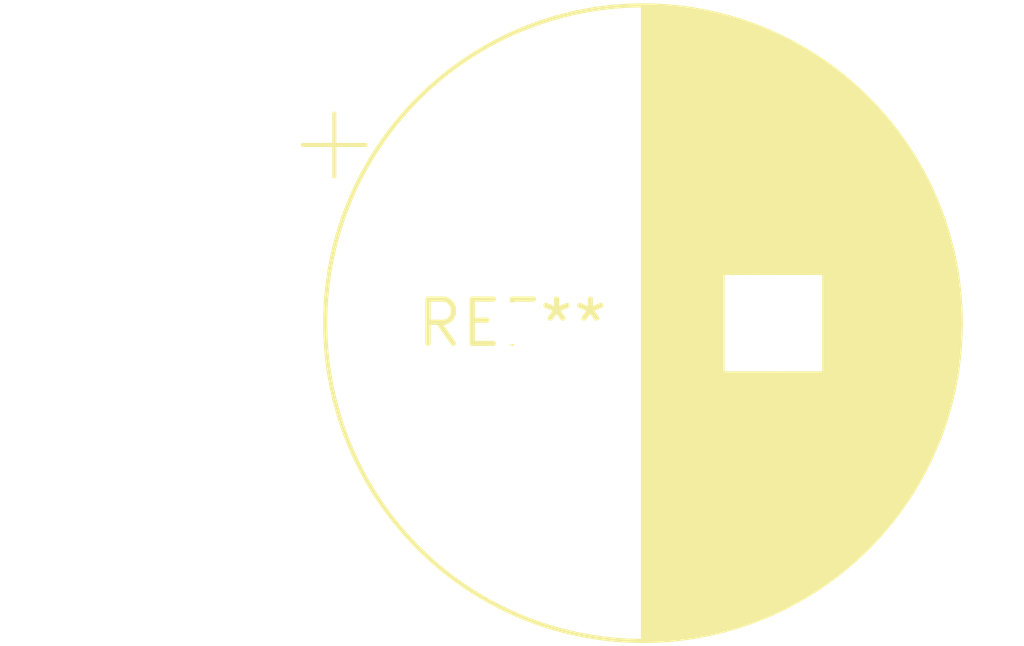
<source format=kicad_pcb>
(kicad_pcb (version 20240108) (generator pcbnew)
  (layers (0 "F.Cu" signal) (31 "B.Cu" signal) (34 "B.Paste" user) (35 "F.Paste" user) (36 "B.SilkS" user "B.Silkscreen") (37 "F.SilkS" user "F.Silkscreen") (38 "B.Mask" user) (39 "F.Mask" user) (44 "Edge.Cuts" user))
  (net 0 "")
  (footprint "CP_Radial_D18.0mm_P7.50mm" (layer "F.Cu") (at 0 0)
    (property "Reference" "REF**")
    (property "Value" "CP_Radial_D18.0mm_P7.50mm")
    (fp_line (start -6.00944 -5.115) (end -4.20944 -5.115) (layer "F.SilkS") (stroke (width 0.12)))
    (fp_line (start -5.10944 -6.015) (end -5.10944 -4.215) (layer "F.SilkS") (stroke (width 0.12)))
    (fp_line (start 3.75 -9.081) (end 3.75 9.081) (layer "F.SilkS") (stroke (width 0.12)))
    (fp_line (start 3.79 -9.08) (end 3.79 9.08) (layer "F.SilkS") (stroke (width 0.12)))
    (fp_line (start 3.83 -9.08) (end 3.83 9.08) (layer "F.SilkS") (stroke (width 0.12)))
    (fp_line (start 3.87 -9.08) (end 3.87 9.08) (layer "F.SilkS") (stroke (width 0.12)))
    (fp_line (start 3.91 -9.079) (end 3.91 9.079) (layer "F.SilkS") (stroke (width 0.12)))
    (fp_line (start 3.95 -9.078) (end 3.95 9.078) (layer "F.SilkS") (stroke (width 0.12)))
    (fp_line (start 3.99 -9.077) (end 3.99 9.077) (layer "F.SilkS") (stroke (width 0.12)))
    (fp_line (start 4.03 -9.076) (end 4.03 9.076) (layer "F.SilkS") (stroke (width 0.12)))
    (fp_line (start 4.07 -9.075) (end 4.07 9.075) (layer "F.SilkS") (stroke (width 0.12)))
    (fp_line (start 4.11 -9.073) (end 4.11 9.073) (layer "F.SilkS") (stroke (width 0.12)))
    (fp_line (start 4.15 -9.072) (end 4.15 9.072) (layer "F.SilkS") (stroke (width 0.12)))
    (fp_line (start 4.19 -9.07) (end 4.19 9.07) (layer "F.SilkS") (stroke (width 0.12)))
    (fp_line (start 4.23 -9.068) (end 4.23 9.068) (layer "F.SilkS") (stroke (width 0.12)))
    (fp_line (start 4.27 -9.066) (end 4.27 9.066) (layer "F.SilkS") (stroke (width 0.12)))
    (fp_line (start 4.31 -9.063) (end 4.31 9.063) (layer "F.SilkS") (stroke (width 0.12)))
    (fp_line (start 4.35 -9.061) (end 4.35 9.061) (layer "F.SilkS") (stroke (width 0.12)))
    (fp_line (start 4.39 -9.058) (end 4.39 9.058) (layer "F.SilkS") (stroke (width 0.12)))
    (fp_line (start 4.43 -9.055) (end 4.43 9.055) (layer "F.SilkS") (stroke (width 0.12)))
    (fp_line (start 4.471 -9.052) (end 4.471 9.052) (layer "F.SilkS") (stroke (width 0.12)))
    (fp_line (start 4.511 -9.049) (end 4.511 9.049) (layer "F.SilkS") (stroke (width 0.12)))
    (fp_line (start 4.551 -9.045) (end 4.551 9.045) (layer "F.SilkS") (stroke (width 0.12)))
    (fp_line (start 4.591 -9.042) (end 4.591 9.042) (layer "F.SilkS") (stroke (width 0.12)))
    (fp_line (start 4.631 -9.038) (end 4.631 9.038) (layer "F.SilkS") (stroke (width 0.12)))
    (fp_line (start 4.671 -9.034) (end 4.671 9.034) (layer "F.SilkS") (stroke (width 0.12)))
    (fp_line (start 4.711 -9.03) (end 4.711 9.03) (layer "F.SilkS") (stroke (width 0.12)))
    (fp_line (start 4.751 -9.026) (end 4.751 9.026) (layer "F.SilkS") (stroke (width 0.12)))
    (fp_line (start 4.791 -9.021) (end 4.791 9.021) (layer "F.SilkS") (stroke (width 0.12)))
    (fp_line (start 4.831 -9.016) (end 4.831 9.016) (layer "F.SilkS") (stroke (width 0.12)))
    (fp_line (start 4.871 -9.011) (end 4.871 9.011) (layer "F.SilkS") (stroke (width 0.12)))
    (fp_line (start 4.911 -9.006) (end 4.911 9.006) (layer "F.SilkS") (stroke (width 0.12)))
    (fp_line (start 4.951 -9.001) (end 4.951 9.001) (layer "F.SilkS") (stroke (width 0.12)))
    (fp_line (start 4.991 -8.996) (end 4.991 8.996) (layer "F.SilkS") (stroke (width 0.12)))
    (fp_line (start 5.031 -8.99) (end 5.031 8.99) (layer "F.SilkS") (stroke (width 0.12)))
    (fp_line (start 5.071 -8.984) (end 5.071 8.984) (layer "F.SilkS") (stroke (width 0.12)))
    (fp_line (start 5.111 -8.979) (end 5.111 8.979) (layer "F.SilkS") (stroke (width 0.12)))
    (fp_line (start 5.151 -8.972) (end 5.151 8.972) (layer "F.SilkS") (stroke (width 0.12)))
    (fp_line (start 5.191 -8.966) (end 5.191 8.966) (layer "F.SilkS") (stroke (width 0.12)))
    (fp_line (start 5.231 -8.96) (end 5.231 8.96) (layer "F.SilkS") (stroke (width 0.12)))
    (fp_line (start 5.271 -8.953) (end 5.271 8.953) (layer "F.SilkS") (stroke (width 0.12)))
    (fp_line (start 5.311 -8.946) (end 5.311 8.946) (layer "F.SilkS") (stroke (width 0.12)))
    (fp_line (start 5.351 -8.939) (end 5.351 8.939) (layer "F.SilkS") (stroke (width 0.12)))
    (fp_line (start 5.391 -8.932) (end 5.391 8.932) (layer "F.SilkS") (stroke (width 0.12)))
    (fp_line (start 5.431 -8.924) (end 5.431 8.924) (layer "F.SilkS") (stroke (width 0.12)))
    (fp_line (start 5.471 -8.917) (end 5.471 8.917) (layer "F.SilkS") (stroke (width 0.12)))
    (fp_line (start 5.511 -8.909) (end 5.511 8.909) (layer "F.SilkS") (stroke (width 0.12)))
    (fp_line (start 5.551 -8.901) (end 5.551 8.901) (layer "F.SilkS") (stroke (width 0.12)))
    (fp_line (start 5.591 -8.893) (end 5.591 8.893) (layer "F.SilkS") (stroke (width 0.12)))
    (fp_line (start 5.631 -8.885) (end 5.631 8.885) (layer "F.SilkS") (stroke (width 0.12)))
    (fp_line (start 5.671 -8.876) (end 5.671 8.876) (layer "F.SilkS") (stroke (width 0.12)))
    (fp_line (start 5.711 -8.867) (end 5.711 8.867) (layer "F.SilkS") (stroke (width 0.12)))
    (fp_line (start 5.751 -8.858) (end 5.751 8.858) (layer "F.SilkS") (stroke (width 0.12)))
    (fp_line (start 5.791 -8.849) (end 5.791 8.849) (layer "F.SilkS") (stroke (width 0.12)))
    (fp_line (start 5.831 -8.84) (end 5.831 8.84) (layer "F.SilkS") (stroke (width 0.12)))
    (fp_line (start 5.871 -8.831) (end 5.871 8.831) (layer "F.SilkS") (stroke (width 0.12)))
    (fp_line (start 5.911 -8.821) (end 5.911 8.821) (layer "F.SilkS") (stroke (width 0.12)))
    (fp_line (start 5.951 -8.811) (end 5.951 8.811) (layer "F.SilkS") (stroke (width 0.12)))
    (fp_line (start 5.991 -8.801) (end 5.991 8.801) (layer "F.SilkS") (stroke (width 0.12)))
    (fp_line (start 6.031 -8.791) (end 6.031 8.791) (layer "F.SilkS") (stroke (width 0.12)))
    (fp_line (start 6.071 -8.78) (end 6.071 -1.44) (layer "F.SilkS") (stroke (width 0.12)))
    (fp_line (start 6.071 1.44) (end 6.071 8.78) (layer "F.SilkS") (stroke (width 0.12)))
    (fp_line (start 6.111 -8.77) (end 6.111 -1.44) (layer "F.SilkS") (stroke (width 0.12)))
    (fp_line (start 6.111 1.44) (end 6.111 8.77) (layer "F.SilkS") (stroke (width 0.12)))
    (fp_line (start 6.151 -8.759) (end 6.151 -1.44) (layer "F.SilkS") (stroke (width 0.12)))
    (fp_line (start 6.151 1.44) (end 6.151 8.759) (layer "F.SilkS") (stroke (width 0.12)))
    (fp_line (start 6.191 -8.748) (end 6.191 -1.44) (layer "F.SilkS") (stroke (width 0.12)))
    (fp_line (start 6.191 1.44) (end 6.191 8.748) (layer "F.SilkS") (stroke (width 0.12)))
    (fp_line (start 6.231 -8.737) (end 6.231 -1.44) (layer "F.SilkS") (stroke (width 0.12)))
    (fp_line (start 6.231 1.44) (end 6.231 8.737) (layer "F.SilkS") (stroke (width 0.12)))
    (fp_line (start 6.271 -8.725) (end 6.271 -1.44) (layer "F.SilkS") (stroke (width 0.12)))
    (fp_line (start 6.271 1.44) (end 6.271 8.725) (layer "F.SilkS") (stroke (width 0.12)))
    (fp_line (start 6.311 -8.714) (end 6.311 -1.44) (layer "F.SilkS") (stroke (width 0.12)))
    (fp_line (start 6.311 1.44) (end 6.311 8.714) (layer "F.SilkS") (stroke (width 0.12)))
    (fp_line (start 6.351 -8.702) (end 6.351 -1.44) (layer "F.SilkS") (stroke (width 0.12)))
    (fp_line (start 6.351 1.44) (end 6.351 8.702) (layer "F.SilkS") (stroke (width 0.12)))
    (fp_line (start 6.391 -8.69) (end 6.391 -1.44) (layer "F.SilkS") (stroke (width 0.12)))
    (fp_line (start 6.391 1.44) (end 6.391 8.69) (layer "F.SilkS") (stroke (width 0.12)))
    (fp_line (start 6.431 -8.678) (end 6.431 -1.44) (layer "F.SilkS") (stroke (width 0.12)))
    (fp_line (start 6.431 1.44) (end 6.431 8.678) (layer "F.SilkS") (stroke (width 0.12)))
    (fp_line (start 6.471 -8.665) (end 6.471 -1.44) (layer "F.SilkS") (stroke (width 0.12)))
    (fp_line (start 6.471 1.44) (end 6.471 8.665) (layer "F.SilkS") (stroke (width 0.12)))
    (fp_line (start 6.511 -8.653) (end 6.511 -1.44) (layer "F.SilkS") (stroke (width 0.12)))
    (fp_line (start 6.511 1.44) (end 6.511 8.653) (layer "F.SilkS") (stroke (width 0.12)))
    (fp_line (start 6.551 -8.64) (end 6.551 -1.44) (layer "F.SilkS") (stroke (width 0.12)))
    (fp_line (start 6.551 1.44) (end 6.551 8.64) (layer "F.SilkS") (stroke (width 0.12)))
    (fp_line (start 6.591 -8.627) (end 6.591 -1.44) (layer "F.SilkS") (stroke (width 0.12)))
    (fp_line (start 6.591 1.44) (end 6.591 8.627) (layer "F.SilkS") (stroke (width 0.12)))
    (fp_line (start 6.631 -8.614) (end 6.631 -1.44) (layer "F.SilkS") (stroke (width 0.12)))
    (fp_line (start 6.631 1.44) (end 6.631 8.614) (layer "F.SilkS") (stroke (width 0.12)))
    (fp_line (start 6.671 -8.6) (end 6.671 -1.44) (layer "F.SilkS") (stroke (width 0.12)))
    (fp_line (start 6.671 1.44) (end 6.671 8.6) (layer "F.SilkS") (stroke (width 0.12)))
    (fp_line (start 6.711 -8.587) (end 6.711 -1.44) (layer "F.SilkS") (stroke (width 0.12)))
    (fp_line (start 6.711 1.44) (end 6.711 8.587) (layer "F.SilkS") (stroke (width 0.12)))
    (fp_line (start 6.751 -8.573) (end 6.751 -1.44) (layer "F.SilkS") (stroke (width 0.12)))
    (fp_line (start 6.751 1.44) (end 6.751 8.573) (layer "F.SilkS") (stroke (width 0.12)))
    (fp_line (start 6.791 -8.559) (end 6.791 -1.44) (layer "F.SilkS") (stroke (width 0.12)))
    (fp_line (start 6.791 1.44) (end 6.791 8.559) (layer "F.SilkS") (stroke (width 0.12)))
    (fp_line (start 6.831 -8.545) (end 6.831 -1.44) (layer "F.SilkS") (stroke (width 0.12)))
    (fp_line (start 6.831 1.44) (end 6.831 8.545) (layer "F.SilkS") (stroke (width 0.12)))
    (fp_line (start 6.871 -8.53) (end 6.871 -1.44) (layer "F.SilkS") (stroke (width 0.12)))
    (fp_line (start 6.871 1.44) (end 6.871 8.53) (layer "F.SilkS") (stroke (width 0.12)))
    (fp_line (start 6.911 -8.516) (end 6.911 -1.44) (layer "F.SilkS") (stroke (width 0.12)))
    (fp_line (start 6.911 1.44) (end 6.911 8.516) (layer "F.SilkS") (stroke (width 0.12)))
    (fp_line (start 6.951 -8.501) (end 6.951 -1.44) (layer "F.SilkS") (stroke (width 0.12)))
    (fp_line (start 6.951 1.44) (end 6.951 8.501) (layer "F.SilkS") (stroke (width 0.12)))
    (fp_line (start 6.991 -8.486) (end 6.991 -1.44) (layer "F.SilkS") (stroke (width 0.12)))
    (fp_line (start 6.991 1.44) (end 6.991 8.486) (layer "F.SilkS") (stroke (width 0.12)))
    (fp_line (start 7.031 -8.47) (end 7.031 -1.44) (layer "F.SilkS") (stroke (width 0.12)))
    (fp_line (start 7.031 1.44) (end 7.031 8.47) (layer "F.SilkS") (stroke (width 0.12)))
    (fp_line (start 7.071 -8.455) (end 7.071 -1.44) (layer "F.SilkS") (stroke (width 0.12)))
    (fp_line (start 7.071 1.44) (end 7.071 8.455) (layer "F.SilkS") (stroke (width 0.12)))
    (fp_line (start 7.111 -8.439) (end 7.111 -1.44) (layer "F.SilkS") (stroke (width 0.12)))
    (fp_line (start 7.111 1.44) (end 7.111 8.439) (layer "F.SilkS") (stroke (width 0.12)))
    (fp_line (start 7.151 -8.423) (end 7.151 -1.44) (layer "F.SilkS") (stroke (width 0.12)))
    (fp_line (start 7.151 1.44) (end 7.151 8.423) (layer "F.SilkS") (stroke (width 0.12)))
    (fp_line (start 7.191 -8.407) (end 7.191 -1.44) (layer "F.SilkS") (stroke (width 0.12)))
    (fp_line (start 7.191 1.44) (end 7.191 8.407) (layer "F.SilkS") (stroke (width 0.12)))
    (fp_line (start 7.231 -8.39) (end 7.231 -1.44) (layer "F.SilkS") (stroke (width 0.12)))
    (fp_line (start 7.231 1.44) (end 7.231 8.39) (layer "F.SilkS") (stroke (width 0.12)))
    (fp_line (start 7.271 -8.374) (end 7.271 -1.44) (layer "F.SilkS") (stroke (width 0.12)))
    (fp_line (start 7.271 1.44) (end 7.271 8.374) (layer "F.SilkS") (stroke (width 0.12)))
    (fp_line (start 7.311 -8.357) (end 7.311 -1.44) (layer "F.SilkS") (stroke (width 0.12)))
    (fp_line (start 7.311 1.44) (end 7.311 8.357) (layer "F.SilkS") (stroke (width 0.12)))
    (fp_line (start 7.351 -8.34) (end 7.351 -1.44) (layer "F.SilkS") (stroke (width 0.12)))
    (fp_line (start 7.351 1.44) (end 7.351 8.34) (layer "F.SilkS") (stroke (width 0.12)))
    (fp_line (start 7.391 -8.323) (end 7.391 -1.44) (layer "F.SilkS") (stroke (width 0.12)))
    (fp_line (start 7.391 1.44) (end 7.391 8.323) (layer "F.SilkS") (stroke (width 0.12)))
    (fp_line (start 7.431 -8.305) (end 7.431 -1.44) (layer "F.SilkS") (stroke (width 0.12)))
    (fp_line (start 7.431 1.44) (end 7.431 8.305) (layer "F.SilkS") (stroke (width 0.12)))
    (fp_line (start 7.471 -8.287) (end 7.471 -1.44) (layer "F.SilkS") (stroke (width 0.12)))
    (fp_line (start 7.471 1.44) (end 7.471 8.287) (layer "F.SilkS") (stroke (width 0.12)))
    (fp_line (start 7.511 -8.269) (end 7.511 -1.44) (layer "F.SilkS") (stroke (width 0.12)))
    (fp_line (start 7.511 1.44) (end 7.511 8.269) (layer "F.SilkS") (stroke (width 0.12)))
    (fp_line (start 7.551 -8.251) (end 7.551 -1.44) (layer "F.SilkS") (stroke (width 0.12)))
    (fp_line (start 7.551 1.44) (end 7.551 8.251) (layer "F.SilkS") (stroke (width 0.12)))
    (fp_line (start 7.591 -8.233) (end 7.591 -1.44) (layer "F.SilkS") (stroke (width 0.12)))
    (fp_line (start 7.591 1.44) (end 7.591 8.233) (layer "F.SilkS") (stroke (width 0.12)))
    (fp_line (start 7.631 -8.214) (end 7.631 -1.44) (layer "F.SilkS") (stroke (width 0.12)))
    (fp_line (start 7.631 1.44) (end 7.631 8.214) (layer "F.SilkS") (stroke (width 0.12)))
    (fp_line (start 7.671 -8.195) (end 7.671 -1.44) (layer "F.SilkS") (stroke (width 0.12)))
    (fp_line (start 7.671 1.44) (end 7.671 8.195) (layer "F.SilkS") (stroke (width 0.12)))
    (fp_line (start 7.711 -8.176) (end 7.711 -1.44) (layer "F.SilkS") (stroke (width 0.12)))
    (fp_line (start 7.711 1.44) (end 7.711 8.176) (layer "F.SilkS") (stroke (width 0.12)))
    (fp_line (start 7.751 -8.156) (end 7.751 -1.44) (layer "F.SilkS") (stroke (width 0.12)))
    (fp_line (start 7.751 1.44) (end 7.751 8.156) (layer "F.SilkS") (stroke (width 0.12)))
    (fp_line (start 7.791 -8.137) (end 7.791 -1.44) (layer "F.SilkS") (stroke (width 0.12)))
    (fp_line (start 7.791 1.44) (end 7.791 8.137) (layer "F.SilkS") (stroke (width 0.12)))
    (fp_line (start 7.831 -8.117) (end 7.831 -1.44) (layer "F.SilkS") (stroke (width 0.12)))
    (fp_line (start 7.831 1.44) (end 7.831 8.117) (layer "F.SilkS") (stroke (width 0.12)))
    (fp_line (start 7.871 -8.097) (end 7.871 -1.44) (layer "F.SilkS") (stroke (width 0.12)))
    (fp_line (start 7.871 1.44) (end 7.871 8.097) (layer "F.SilkS") (stroke (width 0.12)))
    (fp_line (start 7.911 -8.076) (end 7.911 -1.44) (layer "F.SilkS") (stroke (width 0.12)))
    (fp_line (start 7.911 1.44) (end 7.911 8.076) (layer "F.SilkS") (stroke (width 0.12)))
    (fp_line (start 7.951 -8.056) (end 7.951 -1.44) (layer "F.SilkS") (stroke (width 0.12)))
    (fp_line (start 7.951 1.44) (end 7.951 8.056) (layer "F.SilkS") (stroke (width 0.12)))
    (fp_line (start 7.991 -8.035) (end 7.991 -1.44) (layer "F.SilkS") (stroke (width 0.12)))
    (fp_line (start 7.991 1.44) (end 7.991 8.035) (layer "F.SilkS") (stroke (width 0.12)))
    (fp_line (start 8.031 -8.014) (end 8.031 -1.44) (layer "F.SilkS") (stroke (width 0.12)))
    (fp_line (start 8.031 1.44) (end 8.031 8.014) (layer "F.SilkS") (stroke (width 0.12)))
    (fp_line (start 8.071 -7.992) (end 8.071 -1.44) (layer "F.SilkS") (stroke (width 0.12)))
    (fp_line (start 8.071 1.44) (end 8.071 7.992) (layer "F.SilkS") (stroke (width 0.12)))
    (fp_line (start 8.111 -7.971) (end 8.111 -1.44) (layer "F.SilkS") (stroke (width 0.12)))
    (fp_line (start 8.111 1.44) (end 8.111 7.971) (layer "F.SilkS") (stroke (width 0.12)))
    (fp_line (start 8.151 -7.949) (end 8.151 -1.44) (layer "F.SilkS") (stroke (width 0.12)))
    (fp_line (start 8.151 1.44) (end 8.151 7.949) (layer "F.SilkS") (stroke (width 0.12)))
    (fp_line (start 8.191 -7.927) (end 8.191 -1.44) (layer "F.SilkS") (stroke (width 0.12)))
    (fp_line (start 8.191 1.44) (end 8.191 7.927) (layer "F.SilkS") (stroke (width 0.12)))
    (fp_line (start 8.231 -7.904) (end 8.231 -1.44) (layer "F.SilkS") (stroke (width 0.12)))
    (fp_line (start 8.231 1.44) (end 8.231 7.904) (layer "F.SilkS") (stroke (width 0.12)))
    (fp_line (start 8.271 -7.882) (end 8.271 -1.44) (layer "F.SilkS") (stroke (width 0.12)))
    (fp_line (start 8.271 1.44) (end 8.271 7.882) (layer "F.SilkS") (stroke (width 0.12)))
    (fp_line (start 8.311 -7.859) (end 8.311 -1.44) (layer "F.SilkS") (stroke (width 0.12)))
    (fp_line (start 8.311 1.44) (end 8.311 7.859) (layer "F.SilkS") (stroke (width 0.12)))
    (fp_line (start 8.351 -7.835) (end 8.351 -1.44) (layer "F.SilkS") (stroke (width 0.12)))
    (fp_line (start 8.351 1.44) (end 8.351 7.835) (layer "F.SilkS") (stroke (width 0.12)))
    (fp_line (start 8.391 -7.812) (end 8.391 -1.44) (layer "F.SilkS") (stroke (width 0.12)))
    (fp_line (start 8.391 1.44) (end 8.391 7.812) (layer "F.SilkS") (stroke (width 0.12)))
    (fp_line (start 8.431 -7.788) (end 8.431 -1.44) (layer "F.SilkS") (stroke (width 0.12)))
    (fp_line (start 8.431 1.44) (end 8.431 7.788) (layer "F.SilkS") (stroke (width 0.12)))
    (fp_line (start 8.471 -7.764) (end 8.471 -1.44) (layer "F.SilkS") (stroke (width 0.12)))
    (fp_line (start 8.471 1.44) (end 8.471 7.764) (layer "F.SilkS") (stroke (width 0.12)))
    (fp_line (start 8.511 -7.74) (end 8.511 -1.44) (layer "F.SilkS") (stroke (width 0.12)))
    (fp_line (start 8.511 1.44) (end 8.511 7.74) (layer "F.SilkS") (stroke (width 0.12)))
    (fp_line (start 8.551 -7.715) (end 8.551 -1.44) (layer "F.SilkS") (stroke (width 0.12)))
    (fp_line (start 8.551 1.44) (end 8.551 7.715) (layer "F.SilkS") (stroke (width 0.12)))
    (fp_line (start 8.591 -7.69) (end 8.591 -1.44) (layer "F.SilkS") (stroke (width 0.12)))
    (fp_line (start 8.591 1.44) (end 8.591 7.69) (layer "F.SilkS") (stroke (width 0.12)))
    (fp_line (start 8.631 -7.665) (end 8.631 -1.44) (layer "F.SilkS") (stroke (width 0.12)))
    (fp_line (start 8.631 1.44) (end 8.631 7.665) (layer "F.SilkS") (stroke (width 0.12)))
    (fp_line (start 8.671 -7.64) (end 8.671 -1.44) (layer "F.SilkS") (stroke (width 0.12)))
    (fp_line (start 8.671 1.44) (end 8.671 7.64) (layer "F.SilkS") (stroke (width 0.12)))
    (fp_line (start 8.711 -7.614) (end 8.711 -1.44) (layer "F.SilkS") (stroke (width 0.12)))
    (fp_line (start 8.711 1.44) (end 8.711 7.614) (layer "F.SilkS") (stroke (width 0.12)))
    (fp_line (start 8.751 -7.588) (end 8.751 -1.44) (layer "F.SilkS") (stroke (width 0.12)))
    (fp_line (start 8.751 1.44) (end 8.751 7.588) (layer "F.SilkS") (stroke (width 0.12)))
    (fp_line (start 8.791 -7.561) (end 8.791 -1.44) (layer "F.SilkS") (stroke (width 0.12)))
    (fp_line (start 8.791 1.44) (end 8.791 7.561) (layer "F.SilkS") (stroke (width 0.12)))
    (fp_line (start 8.831 -7.535) (end 8.831 -1.44) (layer "F.SilkS") (stroke (width 0.12)))
    (fp_line (start 8.831 1.44) (end 8.831 7.535) (layer "F.SilkS") (stroke (width 0.12)))
    (fp_line (start 8.871 -7.508) (end 8.871 -1.44) (layer "F.SilkS") (stroke (width 0.12)))
    (fp_line (start 8.871 1.44) (end 8.871 7.508) (layer "F.SilkS") (stroke (width 0.12)))
    (fp_line (start 8.911 -7.48) (end 8.911 -1.44) (layer "F.SilkS") (stroke (width 0.12)))
    (fp_line (start 8.911 1.44) (end 8.911 7.48) (layer "F.SilkS") (stroke (width 0.12)))
    (fp_line (start 8.951 -7.453) (end 8.951 7.453) (layer "F.SilkS") (stroke (width 0.12)))
    (fp_line (start 8.991 -7.425) (end 8.991 7.425) (layer "F.SilkS") (stroke (width 0.12)))
    (fp_line (start 9.031 -7.397) (end 9.031 7.397) (layer "F.SilkS") (stroke (width 0.12)))
    (fp_line (start 9.071 -7.368) (end 9.071 7.368) (layer "F.SilkS") (stroke (width 0.12)))
    (fp_line (start 9.111 -7.339) (end 9.111 7.339) (layer "F.SilkS") (stroke (width 0.12)))
    (fp_line (start 9.151 -7.31) (end 9.151 7.31) (layer "F.SilkS") (stroke (width 0.12)))
    (fp_line (start 9.191 -7.28) (end 9.191 7.28) (layer "F.SilkS") (stroke (width 0.12)))
    (fp_line (start 9.231 -7.25) (end 9.231 7.25) (layer "F.SilkS") (stroke (width 0.12)))
    (fp_line (start 9.271 -7.22) (end 9.271 7.22) (layer "F.SilkS") (stroke (width 0.12)))
    (fp_line (start 9.311 -7.19) (end 9.311 7.19) (layer "F.SilkS") (stroke (width 0.12)))
    (fp_line (start 9.351 -7.159) (end 9.351 7.159) (layer "F.SilkS") (stroke (width 0.12)))
    (fp_line (start 9.391 -7.127) (end 9.391 7.127) (layer "F.SilkS") (stroke (width 0.12)))
    (fp_line (start 9.431 -7.096) (end 9.431 7.096) (layer "F.SilkS") (stroke (width 0.12)))
    (fp_line (start 9.471 -7.064) (end 9.471 7.064) (layer "F.SilkS") (stroke (width 0.12)))
    (fp_line (start 9.511 -7.031) (end 9.511 7.031) (layer "F.SilkS") (stroke (width 0.12)))
    (fp_line (start 9.551 -6.999) (end 9.551 6.999) (layer "F.SilkS") (stroke (width 0.12)))
    (fp_line (start 9.591 -6.965) (end 9.591 6.965) (layer "F.SilkS") (stroke (width 0.12)))
    (fp_line (start 9.631 -6.932) (end 9.631 6.932) (layer "F.SilkS") (stroke (width 0.12)))
    (fp_line (start 9.671 -6.898) (end 9.671 6.898) (layer "F.SilkS") (stroke (width 0.12)))
    (fp_line (start 9.711 -6.864) (end 9.711 6.864) (layer "F.SilkS") (stroke (width 0.12)))
    (fp_line (start 9.751 -6.829) (end 9.751 6.829) (layer "F.SilkS") (stroke (width 0.12)))
    (fp_line (start 9.791 -6.794) (end 9.791 6.794) (layer "F.SilkS") (stroke (width 0.12)))
    (fp_line (start 9.831 -6.758) (end 9.831 6.758) (layer "F.SilkS") (stroke (width 0.12)))
    (fp_line (start 9.871 -6.722) (end 9.871 6.722) (layer "F.SilkS") (stroke (width 0.12)))
    (fp_line (start 9.911 -6.686) (end 9.911 6.686) (layer "F.SilkS") (stroke (width 0.12)))
    (fp_line (start 9.951 -6.649) (end 9.951 6.649) (layer "F.SilkS") (stroke (width 0.12)))
    (fp_line (start 9.991 -6.612) (end 9.991 6.612) (layer "F.SilkS") (stroke (width 0.12)))
    (fp_line (start 10.031 -6.574) (end 10.031 6.574) (layer "F.SilkS") (stroke (width 0.12)))
    (fp_line (start 10.071 -6.536) (end 10.071 6.536) (layer "F.SilkS") (stroke (width 0.12)))
    (fp_line (start 10.111 -6.497) (end 10.111 6.497) (layer "F.SilkS") (stroke (width 0.12)))
    (fp_line (start 10.151 -6.458) (end 10.151 6.458) (layer "F.SilkS") (stroke (width 0.12)))
    (fp_line (start 10.191 -6.418) (end 10.191 6.418) (layer "F.SilkS") (stroke (width 0.12)))
    (fp_line (start 10.231 -6.378) (end 10.231 6.378) (layer "F.SilkS") (stroke (width 0.12)))
    (fp_line (start 10.271 -6.337) (end 10.271 6.337) (layer "F.SilkS") (stroke (width 0.12)))
    (fp_line (start 10.311 -6.296) (end 10.311 6.296) (layer "F.SilkS") (stroke (width 0.12)))
    (fp_line (start 10.351 -6.254) (end 10.351 6.254) (layer "F.SilkS") (stroke (width 0.12)))
    (fp_line (start 10.391 -6.212) (end 10.391 6.212) (layer "F.SilkS") (stroke (width 0.12)))
    (fp_line (start 10.431 -6.17) (end 10.431 6.17) (layer "F.SilkS") (stroke (width 0.12)))
    (fp_line (start 10.471 -6.126) (end 10.471 6.126) (layer "F.SilkS") (stroke (width 0.12)))
    (fp_line (start 10.511 -6.082) (end 10.511 6.082) (layer "F.SilkS") (stroke (width 0.12)))
    (fp_line (start 10.551 -6.038) (end 10.551 6.038) (layer "F.SilkS") (stroke (width 0.12)))
    (fp_line (start 10.591 -5.993) (end 10.591 5.993) (layer "F.SilkS") (stroke (width 0.12)))
    (fp_line (start 10.631 -5.947) (end 10.631 5.947) (layer "F.SilkS") (stroke (width 0.12)))
    (fp_line (start 10.671 -5.901) (end 10.671 5.901) (layer "F.SilkS") (stroke (width 0.12)))
    (fp_line (start 10.711 -5.854) (end 10.711 5.854) (layer "F.SilkS") (stroke (width 0.12)))
    (fp_line (start 10.751 -5.806) (end 10.751 5.806) (layer "F.SilkS") (stroke (width 0.12)))
    (fp_line (start 10.791 -5.758) (end 10.791 5.758) (layer "F.SilkS") (stroke (width 0.12)))
    (fp_line (start 10.831 -5.709) (end 10.831 5.709) (layer "F.SilkS") (stroke (width 0.12)))
    (fp_line (start 10.871 -5.66) (end 10.871 5.66) (layer "F.SilkS") (stroke (width 0.12)))
    (fp_line (start 10.911 -5.609) (end 10.911 5.609) (layer "F.SilkS") (stroke (width 0.12)))
    (fp_line (start 10.951 -5.558) (end 10.951 5.558) (layer "F.SilkS") (stroke (width 0.12)))
    (fp_line (start 10.991 -5.506) (end 10.991 5.506) (layer "F.SilkS") (stroke (width 0.12)))
    (fp_line (start 11.031 -5.454) (end 11.031 5.454) (layer "F.SilkS") (stroke (width 0.12)))
    (fp_line (start 11.071 -5.4) (end 11.071 5.4) (layer "F.SilkS") (stroke (width 0.12)))
    (fp_line (start 11.111 -5.346) (end 11.111 5.346) (layer "F.SilkS") (stroke (width 0.12)))
    (fp_line (start 11.151 -5.291) (end 11.151 5.291) (layer "F.SilkS") (stroke (width 0.12)))
    (fp_line (start 11.191 -5.235) (end 11.191 5.235) (layer "F.SilkS") (stroke (width 0.12)))
    (fp_line (start 11.231 -5.178) (end 11.231 5.178) (layer "F.SilkS") (stroke (width 0.12)))
    (fp_line (start 11.271 -5.12) (end 11.271 5.12) (layer "F.SilkS") (stroke (width 0.12)))
    (fp_line (start 11.311 -5.062) (end 11.311 5.062) (layer "F.SilkS") (stroke (width 0.12)))
    (fp_line (start 11.351 -5.002) (end 11.351 5.002) (layer "F.SilkS") (stroke (width 0.12)))
    (fp_line (start 11.391 -4.941) (end 11.391 4.941) (layer "F.SilkS") (stroke (width 0.12)))
    (fp_line (start 11.431 -4.879) (end 11.431 4.879) (layer "F.SilkS") (stroke (width 0.12)))
    (fp_line (start 11.471 -4.816) (end 11.471 4.816) (layer "F.SilkS") (stroke (width 0.12)))
    (fp_line (start 11.511 -4.752) (end 11.511 4.752) (layer "F.SilkS") (stroke (width 0.12)))
    (fp_line (start 11.551 -4.686) (end 11.551 4.686) (layer "F.SilkS") (stroke (width 0.12)))
    (fp_line (start 11.591 -4.62) (end 11.591 4.62) (layer "F.SilkS") (stroke (width 0.12)))
    (fp_line (start 11.631 -4.552) (end 11.631 4.552) (layer "F.SilkS") (stroke (width 0.12)))
    (fp_line (start 11.671 -4.482) (end 11.671 4.482) (layer "F.SilkS") (stroke (width 0.12)))
    (fp_line (start 11.711 -4.412) (end 11.711 4.412) (layer "F.SilkS") (stroke (width 0.12)))
    (fp_line (start 11.751 -4.339) (end 11.751 4.339) (layer "F.SilkS") (stroke (width 0.12)))
    (fp_line (start 11.791 -4.265) (end 11.791 4.265) (layer "F.SilkS") (stroke (width 0.12)))
    (fp_line (start 11.831 -4.19) (end 11.831 4.19) (layer "F.SilkS") (stroke (width 0.12)))
    (fp_line (start 11.871 -4.113) (end 11.871 4.113) (layer "F.SilkS") (stroke (width 0.12)))
    (fp_line (start 11.911 -4.033) (end 11.911 4.033) (layer "F.SilkS") (stroke (width 0.12)))
    (fp_line (start 11.95 -3.952) (end 11.95 3.952) (layer "F.SilkS") (stroke (width 0.12)))
    (fp_line (start 11.99 -3.869) (end 11.99 3.869) (layer "F.SilkS") (stroke (width 0.12)))
    (fp_line (start 12.03 -3.784) (end 12.03 3.784) (layer "F.SilkS") (stroke (width 0.12)))
    (fp_line (start 12.07 -3.696) (end 12.07 3.696) (layer "F.SilkS") (stroke (width 0.12)))
    (fp_line (start 12.11 -3.605) (end 12.11 3.605) (layer "F.SilkS") (stroke (width 0.12)))
    (fp_line (start 12.15 -3.512) (end 12.15 3.512) (layer "F.SilkS") (stroke (width 0.12)))
    (fp_line (start 12.19 -3.416) (end 12.19 3.416) (layer "F.SilkS") (stroke (width 0.12)))
    (fp_line (start 12.23 -3.317) (end 12.23 3.317) (layer "F.SilkS") (stroke (width 0.12)))
    (fp_line (start 12.27 -3.214) (end 12.27 3.214) (layer "F.SilkS") (stroke (width 0.12)))
    (fp_line (start 12.31 -3.107) (end 12.31 3.107) (layer "F.SilkS") (stroke (width 0.12)))
    (fp_line (start 12.35 -2.996) (end 12.35 2.996) (layer "F.SilkS") (stroke (width 0.12)))
    (fp_line (start 12.39 -2.88) (end 12.39 2.88) (layer "F.SilkS") (stroke (width 0.12)))
    (fp_line (start 12.43 -2.759) (end 12.43 2.759) (layer "F.SilkS") (stroke (width 0.12)))
    (fp_line (start 12.47 -2.632) (end 12.47 2.632) (layer "F.SilkS") (stroke (width 0.12)))
    (fp_line (start 12.51 -2.498) (end 12.51 2.498) (layer "F.SilkS") (stroke (width 0.12)))
    (fp_line (start 12.55 -2.355) (end 12.55 2.355) (layer "F.SilkS") (stroke (width 0.12)))
    (fp_line (start 12.59 -2.203) (end 12.59 2.203) (layer "F.SilkS") (stroke (width 0.12)))
    (fp_line (start 12.63 -2.039) (end 12.63 2.039) (layer "F.SilkS") (stroke (width 0.12)))
    (fp_line (start 12.67 -1.86) (end 12.67 1.86) (layer "F.SilkS") (stroke (width 0.12)))
    (fp_line (start 12.71 -1.661) (end 12.71 1.661) (layer "F.SilkS") (stroke (width 0.12)))
    (fp_line (start 12.75 -1.435) (end 12.75 1.435) (layer "F.SilkS") (stroke (width 0.12)))
    (fp_line (start 12.79 -1.166) (end 12.79 1.166) (layer "F.SilkS") (stroke (width 0.12)))
    (fp_line (start 12.83 -0.814) (end 12.83 0.814) (layer "F.SilkS") (stroke (width 0.12)))
    (fp_line (start 12.87 -0.04) (end 12.87 0.04) (layer "F.SilkS") (stroke (width 0.12)))
    (fp_circle (center 3.75 0) (end 12.87 0) (layer "F.SilkS") (stroke (width 0.12)) (fill none))
    (pad "1" thru_hole rect (at 0 0) (size 2.4 2.4) (drill 1.2) (layers *.Cu *.Mask) (remove_unused_layers))
    (pad "2" thru_hole circle (at 7.5 0) (size 2.4 2.4) (drill 1.2) (layers *.Cu *.Mask) (remove_unused_layers))
  )
)
</source>
